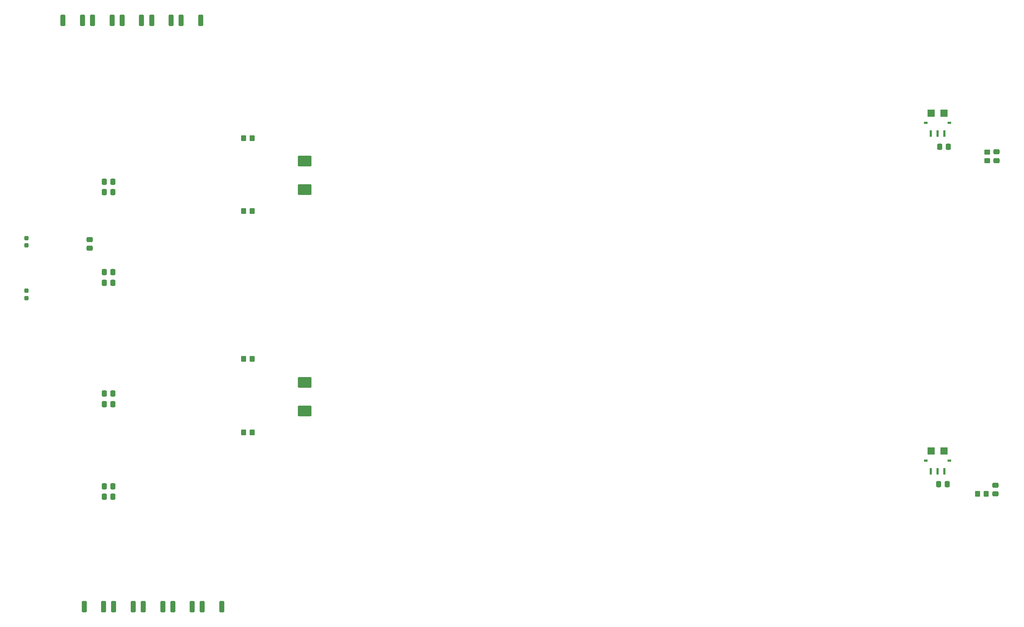
<source format=gbr>
%TF.GenerationSoftware,KiCad,Pcbnew,7.0.6*%
%TF.CreationDate,2023-08-12T12:52:25-07:00*%
%TF.ProjectId,Aux Power Supply V5,41757820-506f-4776-9572-20537570706c,rev?*%
%TF.SameCoordinates,Original*%
%TF.FileFunction,Paste,Bot*%
%TF.FilePolarity,Positive*%
%FSLAX46Y46*%
G04 Gerber Fmt 4.6, Leading zero omitted, Abs format (unit mm)*
G04 Created by KiCad (PCBNEW 7.0.6) date 2023-08-12 12:52:25*
%MOMM*%
%LPD*%
G01*
G04 APERTURE LIST*
G04 Aperture macros list*
%AMRoundRect*
0 Rectangle with rounded corners*
0 $1 Rounding radius*
0 $2 $3 $4 $5 $6 $7 $8 $9 X,Y pos of 4 corners*
0 Add a 4 corners polygon primitive as box body*
4,1,4,$2,$3,$4,$5,$6,$7,$8,$9,$2,$3,0*
0 Add four circle primitives for the rounded corners*
1,1,$1+$1,$2,$3*
1,1,$1+$1,$4,$5*
1,1,$1+$1,$6,$7*
1,1,$1+$1,$8,$9*
0 Add four rect primitives between the rounded corners*
20,1,$1+$1,$2,$3,$4,$5,0*
20,1,$1+$1,$4,$5,$6,$7,0*
20,1,$1+$1,$6,$7,$8,$9,0*
20,1,$1+$1,$8,$9,$2,$3,0*%
G04 Aperture macros list end*
%ADD10RoundRect,0.250000X0.475000X-0.337500X0.475000X0.337500X-0.475000X0.337500X-0.475000X-0.337500X0*%
%ADD11RoundRect,0.237500X0.237500X-0.300000X0.237500X0.300000X-0.237500X0.300000X-0.237500X-0.300000X0*%
%ADD12RoundRect,0.250000X0.362500X1.075000X-0.362500X1.075000X-0.362500X-1.075000X0.362500X-1.075000X0*%
%ADD13R,0.500000X1.600000*%
%ADD14R,0.900000X0.600000*%
%ADD15R,1.800000X1.700000*%
%ADD16RoundRect,0.250000X-0.337500X-0.475000X0.337500X-0.475000X0.337500X0.475000X-0.337500X0.475000X0*%
%ADD17RoundRect,0.250000X0.350000X0.450000X-0.350000X0.450000X-0.350000X-0.450000X0.350000X-0.450000X0*%
%ADD18RoundRect,0.250000X1.400000X1.000000X-1.400000X1.000000X-1.400000X-1.000000X1.400000X-1.000000X0*%
%ADD19RoundRect,0.250000X-0.475000X0.337500X-0.475000X-0.337500X0.475000X-0.337500X0.475000X0.337500X0*%
%ADD20RoundRect,0.250000X-0.362500X-1.075000X0.362500X-1.075000X0.362500X1.075000X-0.362500X1.075000X0*%
%ADD21RoundRect,0.250000X-0.450000X0.350000X-0.450000X-0.350000X0.450000X-0.350000X0.450000X0.350000X0*%
%ADD22RoundRect,0.237500X-0.237500X0.300000X-0.237500X-0.300000X0.237500X-0.300000X0.237500X0.300000X0*%
G04 APERTURE END LIST*
D10*
%TO.C,C91*%
X107500000Y-122537500D03*
X107500000Y-120462500D03*
%TD*%
D11*
%TO.C,C84*%
X92500000Y-134362500D03*
X92500000Y-132637500D03*
%TD*%
D12*
%TO.C,R18*%
X105812500Y-68500000D03*
X101187500Y-68500000D03*
%TD*%
D13*
%TO.C,IC1*%
X310100000Y-95350000D03*
X308500000Y-95350000D03*
X306900000Y-95350000D03*
D14*
X305700000Y-92850000D03*
D15*
X307000000Y-90500000D03*
X310000000Y-90500000D03*
D14*
X311300000Y-92850000D03*
%TD*%
D12*
%TO.C,R1*%
X138812500Y-207500000D03*
X134187500Y-207500000D03*
%TD*%
D16*
%TO.C,C27*%
X110962500Y-128250000D03*
X113037500Y-128250000D03*
%TD*%
D17*
%TO.C,R44*%
X320000000Y-180750000D03*
X318000000Y-180750000D03*
%TD*%
D18*
%TO.C,D6*%
X158500000Y-154350000D03*
X158500000Y-161150000D03*
%TD*%
D12*
%TO.C,R5*%
X110812500Y-207500000D03*
X106187500Y-207500000D03*
%TD*%
D19*
%TO.C,C16*%
X322500000Y-99712500D03*
X322500000Y-101787500D03*
%TD*%
D20*
%TO.C,R2*%
X127187500Y-207500000D03*
X131812500Y-207500000D03*
%TD*%
D16*
%TO.C,C24*%
X110962500Y-159500000D03*
X113037500Y-159500000D03*
%TD*%
D17*
%TO.C,FB3*%
X146000000Y-148750000D03*
X144000000Y-148750000D03*
%TD*%
D21*
%TO.C,R43*%
X320250000Y-99750000D03*
X320250000Y-101750000D03*
%TD*%
D17*
%TO.C,FB4*%
X146000000Y-166250000D03*
X144000000Y-166250000D03*
%TD*%
D10*
%TO.C,C86*%
X322250000Y-180787500D03*
X322250000Y-178712500D03*
%TD*%
D20*
%TO.C,R17*%
X108187500Y-68500000D03*
X112812500Y-68500000D03*
%TD*%
D12*
%TO.C,R12*%
X133812500Y-68500000D03*
X129187500Y-68500000D03*
%TD*%
D13*
%TO.C,IC2*%
X310100000Y-175450000D03*
X308500000Y-175450000D03*
X306900000Y-175450000D03*
D14*
X305700000Y-172950000D03*
D15*
X307000000Y-170600000D03*
X310000000Y-170600000D03*
D14*
X311300000Y-172950000D03*
%TD*%
D17*
%TO.C,FB2*%
X146000000Y-113750000D03*
X144000000Y-113750000D03*
%TD*%
D20*
%TO.C,R4*%
X113187500Y-207500000D03*
X117812500Y-207500000D03*
%TD*%
D16*
%TO.C,C87*%
X308712500Y-178500000D03*
X310787500Y-178500000D03*
%TD*%
D18*
%TO.C,D8*%
X158500000Y-101850000D03*
X158500000Y-108650000D03*
%TD*%
D12*
%TO.C,R16*%
X119812500Y-68500000D03*
X115187500Y-68500000D03*
%TD*%
D16*
%TO.C,C28*%
X110962500Y-157000000D03*
X113037500Y-157000000D03*
%TD*%
D22*
%TO.C,C85*%
X92500000Y-120137500D03*
X92500000Y-121862500D03*
%TD*%
D16*
%TO.C,C15*%
X308962500Y-98500000D03*
X311037500Y-98500000D03*
%TD*%
D12*
%TO.C,R3*%
X124812500Y-207500000D03*
X120187500Y-207500000D03*
%TD*%
D20*
%TO.C,R15*%
X122187500Y-68500000D03*
X126812500Y-68500000D03*
%TD*%
D16*
%TO.C,C23*%
X110962500Y-130750000D03*
X113037500Y-130750000D03*
%TD*%
%TO.C,C29*%
X110962500Y-179000000D03*
X113037500Y-179000000D03*
%TD*%
%TO.C,C22*%
X110962500Y-109250000D03*
X113037500Y-109250000D03*
%TD*%
%TO.C,C26*%
X110962500Y-106750000D03*
X113037500Y-106750000D03*
%TD*%
%TO.C,C25*%
X110962500Y-181500000D03*
X113037500Y-181500000D03*
%TD*%
D17*
%TO.C,FB1*%
X146000000Y-96500000D03*
X144000000Y-96500000D03*
%TD*%
M02*

</source>
